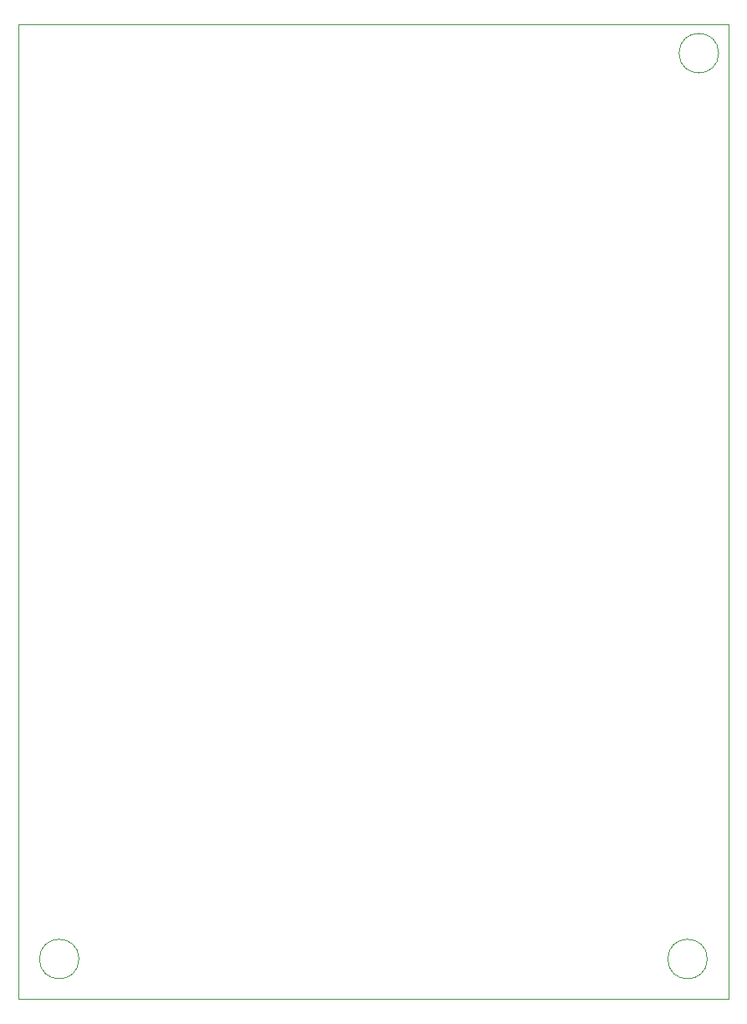
<source format=gbr>
G04 #@! TF.FileFunction,Profile,NP*
%FSLAX46Y46*%
G04 Gerber Fmt 4.6, Leading zero omitted, Abs format (unit mm)*
G04 Created by KiCad (PCBNEW 4.0.4-stable) date Monday, April 23, 2018 'PMt' 09:01:18 PM*
%MOMM*%
%LPD*%
G01*
G04 APERTURE LIST*
%ADD10C,0.100000*%
G04 APERTURE END LIST*
D10*
X174640000Y-71400000D02*
G75*
G03X174640000Y-71400000I-2000000J0D01*
G01*
X109900000Y-163000000D02*
G75*
G03X109900000Y-163000000I-2000000J0D01*
G01*
X173500000Y-163000000D02*
G75*
G03X173500000Y-163000000I-2000000J0D01*
G01*
X175641000Y-68500000D02*
X175641000Y-167055800D01*
X103759000Y-68500000D02*
X103759000Y-167055800D01*
X103759000Y-167055800D02*
X175641000Y-167055800D01*
X103759000Y-68500000D02*
X175641000Y-68500000D01*
M02*

</source>
